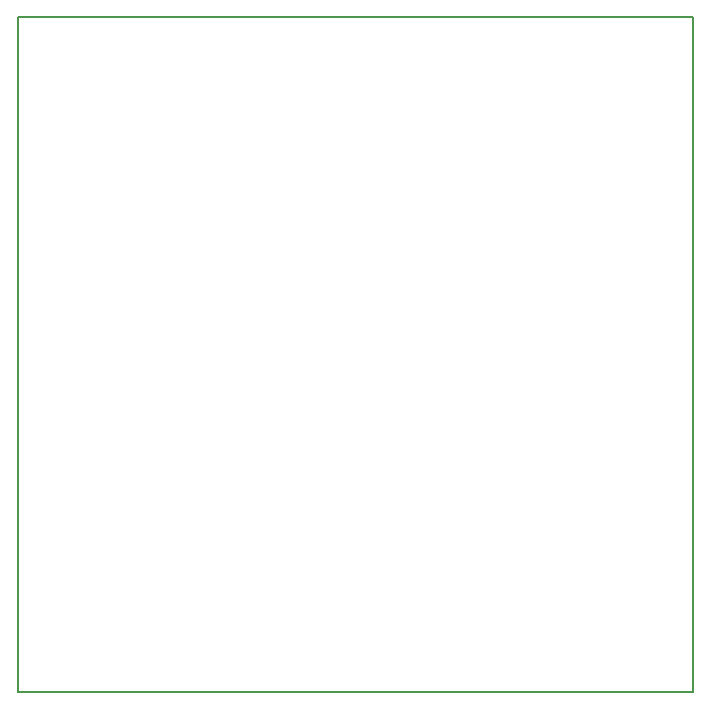
<source format=gbr>
%TF.GenerationSoftware,KiCad,Pcbnew,5.0.2-bee76a0~70~ubuntu18.04.1*%
%TF.CreationDate,2019-09-05T21:10:32+01:00*%
%TF.ProjectId,waterpump_alt,77617465-7270-4756-9d70-5f616c742e6b,rev?*%
%TF.SameCoordinates,Original*%
%TF.FileFunction,Profile,NP*%
%FSLAX46Y46*%
G04 Gerber Fmt 4.6, Leading zero omitted, Abs format (unit mm)*
G04 Created by KiCad (PCBNEW 5.0.2-bee76a0~70~ubuntu18.04.1) date Thu 05 Sep 2019 21:10:32 BST*
%MOMM*%
%LPD*%
G01*
G04 APERTURE LIST*
%ADD10C,0.150000*%
G04 APERTURE END LIST*
D10*
X119380000Y-77470000D02*
X119380000Y-78740000D01*
X176530000Y-77470000D02*
X119380000Y-77470000D01*
X176530000Y-134620000D02*
X176530000Y-77470000D01*
X119380000Y-134620000D02*
X176530000Y-134620000D01*
X119380000Y-78740000D02*
X119380000Y-134620000D01*
M02*

</source>
